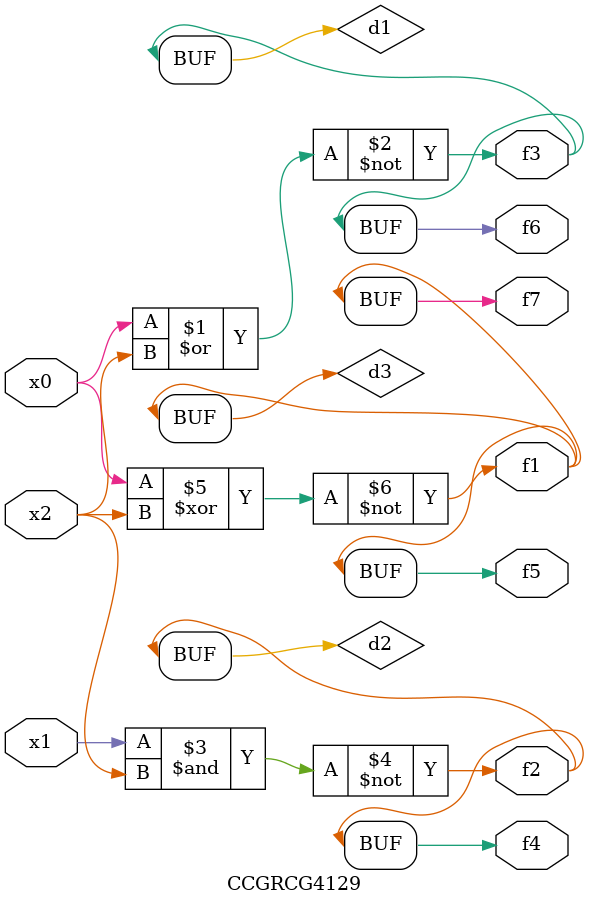
<source format=v>
module CCGRCG4129(
	input x0, x1, x2,
	output f1, f2, f3, f4, f5, f6, f7
);

	wire d1, d2, d3;

	nor (d1, x0, x2);
	nand (d2, x1, x2);
	xnor (d3, x0, x2);
	assign f1 = d3;
	assign f2 = d2;
	assign f3 = d1;
	assign f4 = d2;
	assign f5 = d3;
	assign f6 = d1;
	assign f7 = d3;
endmodule

</source>
